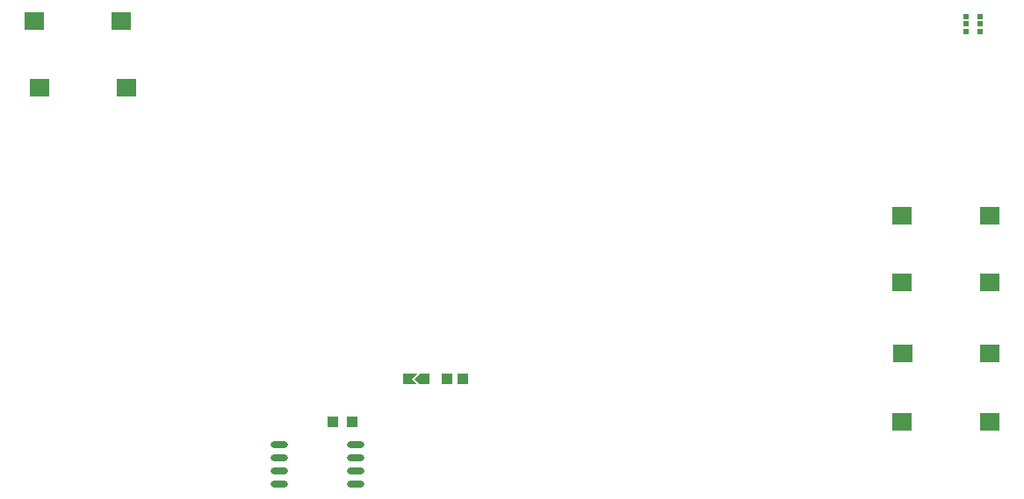
<source format=gtp>
G04*
G04 #@! TF.GenerationSoftware,Altium Limited,Altium Designer,19.1.7 (138)*
G04*
G04 Layer_Color=8421504*
%FSLAX25Y25*%
%MOIN*%
G70*
G01*
G75*
%ADD16R,0.07480X0.06693*%
%ADD17R,0.03937X0.04331*%
%ADD18R,0.02362X0.01969*%
%ADD19R,0.03200X0.04000*%
%ADD20O,0.06686X0.02559*%
G36*
X163250Y125000D02*
X162250D01*
X160250Y127000D01*
X162250Y129000D01*
X163250D01*
Y125000D01*
D02*
G37*
G36*
X159250Y127000D02*
X161250Y125000D01*
X158250D01*
Y127000D01*
Y129000D01*
X161250D01*
X159250Y127000D01*
D02*
G37*
D16*
X345430Y110500D02*
D03*
X378500D02*
D03*
X49035Y263000D02*
D03*
X15965D02*
D03*
X17966Y237500D02*
D03*
X51035D02*
D03*
X378500Y189000D02*
D03*
X345430D02*
D03*
X378500Y163500D02*
D03*
X345430D02*
D03*
X378570Y136500D02*
D03*
X345500D02*
D03*
D17*
X172500Y127000D02*
D03*
X178798D02*
D03*
X129413Y110500D02*
D03*
X136500D02*
D03*
D18*
X375000Y264512D02*
D03*
Y261756D02*
D03*
X375000Y259000D02*
D03*
X369488D02*
D03*
Y261756D02*
D03*
Y264512D02*
D03*
D19*
X164250Y127000D02*
D03*
X157500D02*
D03*
D20*
X108933Y102000D02*
D03*
Y97000D02*
D03*
Y92000D02*
D03*
Y87000D02*
D03*
X138067Y102000D02*
D03*
Y97000D02*
D03*
Y92000D02*
D03*
Y87000D02*
D03*
M02*

</source>
